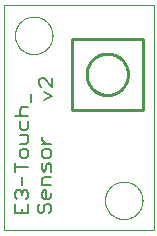
<source format=gto>
G75*
%MOIN*%
%OFA0B0*%
%FSLAX25Y25*%
%IPPOS*%
%LPD*%
%AMOC8*
5,1,8,0,0,1.08239X$1,22.5*
%
%ADD10C,0.00000*%
%ADD11C,0.00600*%
%ADD12C,0.01000*%
D10*
X0001655Y0001500D02*
X0001655Y0076500D01*
X0051655Y0076500D01*
X0051655Y0001500D01*
X0001655Y0001500D01*
X0035405Y0011500D02*
X0035407Y0011658D01*
X0035413Y0011815D01*
X0035423Y0011973D01*
X0035437Y0012130D01*
X0035455Y0012286D01*
X0035476Y0012443D01*
X0035502Y0012598D01*
X0035532Y0012753D01*
X0035565Y0012907D01*
X0035603Y0013060D01*
X0035644Y0013213D01*
X0035689Y0013364D01*
X0035738Y0013514D01*
X0035791Y0013662D01*
X0035847Y0013810D01*
X0035908Y0013955D01*
X0035971Y0014100D01*
X0036039Y0014242D01*
X0036110Y0014383D01*
X0036184Y0014522D01*
X0036262Y0014659D01*
X0036344Y0014794D01*
X0036428Y0014927D01*
X0036517Y0015058D01*
X0036608Y0015186D01*
X0036703Y0015313D01*
X0036800Y0015436D01*
X0036901Y0015558D01*
X0037005Y0015676D01*
X0037112Y0015792D01*
X0037222Y0015905D01*
X0037334Y0016016D01*
X0037450Y0016123D01*
X0037568Y0016228D01*
X0037688Y0016330D01*
X0037811Y0016428D01*
X0037937Y0016524D01*
X0038065Y0016616D01*
X0038195Y0016705D01*
X0038327Y0016791D01*
X0038462Y0016873D01*
X0038599Y0016952D01*
X0038737Y0017027D01*
X0038877Y0017099D01*
X0039020Y0017167D01*
X0039163Y0017232D01*
X0039309Y0017293D01*
X0039456Y0017350D01*
X0039604Y0017404D01*
X0039754Y0017454D01*
X0039904Y0017500D01*
X0040056Y0017542D01*
X0040209Y0017581D01*
X0040363Y0017615D01*
X0040518Y0017646D01*
X0040673Y0017672D01*
X0040829Y0017695D01*
X0040986Y0017714D01*
X0041143Y0017729D01*
X0041300Y0017740D01*
X0041458Y0017747D01*
X0041616Y0017750D01*
X0041773Y0017749D01*
X0041931Y0017744D01*
X0042088Y0017735D01*
X0042246Y0017722D01*
X0042402Y0017705D01*
X0042559Y0017684D01*
X0042714Y0017660D01*
X0042869Y0017631D01*
X0043024Y0017598D01*
X0043177Y0017562D01*
X0043330Y0017521D01*
X0043481Y0017477D01*
X0043631Y0017429D01*
X0043780Y0017378D01*
X0043928Y0017322D01*
X0044074Y0017263D01*
X0044219Y0017200D01*
X0044362Y0017133D01*
X0044503Y0017063D01*
X0044642Y0016990D01*
X0044780Y0016913D01*
X0044916Y0016832D01*
X0045049Y0016748D01*
X0045180Y0016661D01*
X0045309Y0016570D01*
X0045436Y0016476D01*
X0045561Y0016379D01*
X0045682Y0016279D01*
X0045802Y0016176D01*
X0045918Y0016070D01*
X0046032Y0015961D01*
X0046144Y0015849D01*
X0046252Y0015735D01*
X0046357Y0015617D01*
X0046460Y0015497D01*
X0046559Y0015375D01*
X0046655Y0015250D01*
X0046748Y0015122D01*
X0046838Y0014993D01*
X0046924Y0014861D01*
X0047008Y0014727D01*
X0047087Y0014591D01*
X0047164Y0014453D01*
X0047236Y0014313D01*
X0047305Y0014171D01*
X0047371Y0014028D01*
X0047433Y0013883D01*
X0047491Y0013736D01*
X0047546Y0013588D01*
X0047597Y0013439D01*
X0047644Y0013288D01*
X0047687Y0013137D01*
X0047726Y0012984D01*
X0047762Y0012830D01*
X0047793Y0012676D01*
X0047821Y0012521D01*
X0047845Y0012365D01*
X0047865Y0012208D01*
X0047881Y0012051D01*
X0047893Y0011894D01*
X0047901Y0011737D01*
X0047905Y0011579D01*
X0047905Y0011421D01*
X0047901Y0011263D01*
X0047893Y0011106D01*
X0047881Y0010949D01*
X0047865Y0010792D01*
X0047845Y0010635D01*
X0047821Y0010479D01*
X0047793Y0010324D01*
X0047762Y0010170D01*
X0047726Y0010016D01*
X0047687Y0009863D01*
X0047644Y0009712D01*
X0047597Y0009561D01*
X0047546Y0009412D01*
X0047491Y0009264D01*
X0047433Y0009117D01*
X0047371Y0008972D01*
X0047305Y0008829D01*
X0047236Y0008687D01*
X0047164Y0008547D01*
X0047087Y0008409D01*
X0047008Y0008273D01*
X0046924Y0008139D01*
X0046838Y0008007D01*
X0046748Y0007878D01*
X0046655Y0007750D01*
X0046559Y0007625D01*
X0046460Y0007503D01*
X0046357Y0007383D01*
X0046252Y0007265D01*
X0046144Y0007151D01*
X0046032Y0007039D01*
X0045918Y0006930D01*
X0045802Y0006824D01*
X0045682Y0006721D01*
X0045561Y0006621D01*
X0045436Y0006524D01*
X0045309Y0006430D01*
X0045180Y0006339D01*
X0045049Y0006252D01*
X0044916Y0006168D01*
X0044780Y0006087D01*
X0044642Y0006010D01*
X0044503Y0005937D01*
X0044362Y0005867D01*
X0044219Y0005800D01*
X0044074Y0005737D01*
X0043928Y0005678D01*
X0043780Y0005622D01*
X0043631Y0005571D01*
X0043481Y0005523D01*
X0043330Y0005479D01*
X0043177Y0005438D01*
X0043024Y0005402D01*
X0042869Y0005369D01*
X0042714Y0005340D01*
X0042559Y0005316D01*
X0042402Y0005295D01*
X0042246Y0005278D01*
X0042088Y0005265D01*
X0041931Y0005256D01*
X0041773Y0005251D01*
X0041616Y0005250D01*
X0041458Y0005253D01*
X0041300Y0005260D01*
X0041143Y0005271D01*
X0040986Y0005286D01*
X0040829Y0005305D01*
X0040673Y0005328D01*
X0040518Y0005354D01*
X0040363Y0005385D01*
X0040209Y0005419D01*
X0040056Y0005458D01*
X0039904Y0005500D01*
X0039754Y0005546D01*
X0039604Y0005596D01*
X0039456Y0005650D01*
X0039309Y0005707D01*
X0039163Y0005768D01*
X0039020Y0005833D01*
X0038877Y0005901D01*
X0038737Y0005973D01*
X0038599Y0006048D01*
X0038462Y0006127D01*
X0038327Y0006209D01*
X0038195Y0006295D01*
X0038065Y0006384D01*
X0037937Y0006476D01*
X0037811Y0006572D01*
X0037688Y0006670D01*
X0037568Y0006772D01*
X0037450Y0006877D01*
X0037334Y0006984D01*
X0037222Y0007095D01*
X0037112Y0007208D01*
X0037005Y0007324D01*
X0036901Y0007442D01*
X0036800Y0007564D01*
X0036703Y0007687D01*
X0036608Y0007814D01*
X0036517Y0007942D01*
X0036428Y0008073D01*
X0036344Y0008206D01*
X0036262Y0008341D01*
X0036184Y0008478D01*
X0036110Y0008617D01*
X0036039Y0008758D01*
X0035971Y0008900D01*
X0035908Y0009045D01*
X0035847Y0009190D01*
X0035791Y0009338D01*
X0035738Y0009486D01*
X0035689Y0009636D01*
X0035644Y0009787D01*
X0035603Y0009940D01*
X0035565Y0010093D01*
X0035532Y0010247D01*
X0035502Y0010402D01*
X0035476Y0010557D01*
X0035455Y0010714D01*
X0035437Y0010870D01*
X0035423Y0011027D01*
X0035413Y0011185D01*
X0035407Y0011342D01*
X0035405Y0011500D01*
X0005405Y0066500D02*
X0005407Y0066658D01*
X0005413Y0066815D01*
X0005423Y0066973D01*
X0005437Y0067130D01*
X0005455Y0067286D01*
X0005476Y0067443D01*
X0005502Y0067598D01*
X0005532Y0067753D01*
X0005565Y0067907D01*
X0005603Y0068060D01*
X0005644Y0068213D01*
X0005689Y0068364D01*
X0005738Y0068514D01*
X0005791Y0068662D01*
X0005847Y0068810D01*
X0005908Y0068955D01*
X0005971Y0069100D01*
X0006039Y0069242D01*
X0006110Y0069383D01*
X0006184Y0069522D01*
X0006262Y0069659D01*
X0006344Y0069794D01*
X0006428Y0069927D01*
X0006517Y0070058D01*
X0006608Y0070186D01*
X0006703Y0070313D01*
X0006800Y0070436D01*
X0006901Y0070558D01*
X0007005Y0070676D01*
X0007112Y0070792D01*
X0007222Y0070905D01*
X0007334Y0071016D01*
X0007450Y0071123D01*
X0007568Y0071228D01*
X0007688Y0071330D01*
X0007811Y0071428D01*
X0007937Y0071524D01*
X0008065Y0071616D01*
X0008195Y0071705D01*
X0008327Y0071791D01*
X0008462Y0071873D01*
X0008599Y0071952D01*
X0008737Y0072027D01*
X0008877Y0072099D01*
X0009020Y0072167D01*
X0009163Y0072232D01*
X0009309Y0072293D01*
X0009456Y0072350D01*
X0009604Y0072404D01*
X0009754Y0072454D01*
X0009904Y0072500D01*
X0010056Y0072542D01*
X0010209Y0072581D01*
X0010363Y0072615D01*
X0010518Y0072646D01*
X0010673Y0072672D01*
X0010829Y0072695D01*
X0010986Y0072714D01*
X0011143Y0072729D01*
X0011300Y0072740D01*
X0011458Y0072747D01*
X0011616Y0072750D01*
X0011773Y0072749D01*
X0011931Y0072744D01*
X0012088Y0072735D01*
X0012246Y0072722D01*
X0012402Y0072705D01*
X0012559Y0072684D01*
X0012714Y0072660D01*
X0012869Y0072631D01*
X0013024Y0072598D01*
X0013177Y0072562D01*
X0013330Y0072521D01*
X0013481Y0072477D01*
X0013631Y0072429D01*
X0013780Y0072378D01*
X0013928Y0072322D01*
X0014074Y0072263D01*
X0014219Y0072200D01*
X0014362Y0072133D01*
X0014503Y0072063D01*
X0014642Y0071990D01*
X0014780Y0071913D01*
X0014916Y0071832D01*
X0015049Y0071748D01*
X0015180Y0071661D01*
X0015309Y0071570D01*
X0015436Y0071476D01*
X0015561Y0071379D01*
X0015682Y0071279D01*
X0015802Y0071176D01*
X0015918Y0071070D01*
X0016032Y0070961D01*
X0016144Y0070849D01*
X0016252Y0070735D01*
X0016357Y0070617D01*
X0016460Y0070497D01*
X0016559Y0070375D01*
X0016655Y0070250D01*
X0016748Y0070122D01*
X0016838Y0069993D01*
X0016924Y0069861D01*
X0017008Y0069727D01*
X0017087Y0069591D01*
X0017164Y0069453D01*
X0017236Y0069313D01*
X0017305Y0069171D01*
X0017371Y0069028D01*
X0017433Y0068883D01*
X0017491Y0068736D01*
X0017546Y0068588D01*
X0017597Y0068439D01*
X0017644Y0068288D01*
X0017687Y0068137D01*
X0017726Y0067984D01*
X0017762Y0067830D01*
X0017793Y0067676D01*
X0017821Y0067521D01*
X0017845Y0067365D01*
X0017865Y0067208D01*
X0017881Y0067051D01*
X0017893Y0066894D01*
X0017901Y0066737D01*
X0017905Y0066579D01*
X0017905Y0066421D01*
X0017901Y0066263D01*
X0017893Y0066106D01*
X0017881Y0065949D01*
X0017865Y0065792D01*
X0017845Y0065635D01*
X0017821Y0065479D01*
X0017793Y0065324D01*
X0017762Y0065170D01*
X0017726Y0065016D01*
X0017687Y0064863D01*
X0017644Y0064712D01*
X0017597Y0064561D01*
X0017546Y0064412D01*
X0017491Y0064264D01*
X0017433Y0064117D01*
X0017371Y0063972D01*
X0017305Y0063829D01*
X0017236Y0063687D01*
X0017164Y0063547D01*
X0017087Y0063409D01*
X0017008Y0063273D01*
X0016924Y0063139D01*
X0016838Y0063007D01*
X0016748Y0062878D01*
X0016655Y0062750D01*
X0016559Y0062625D01*
X0016460Y0062503D01*
X0016357Y0062383D01*
X0016252Y0062265D01*
X0016144Y0062151D01*
X0016032Y0062039D01*
X0015918Y0061930D01*
X0015802Y0061824D01*
X0015682Y0061721D01*
X0015561Y0061621D01*
X0015436Y0061524D01*
X0015309Y0061430D01*
X0015180Y0061339D01*
X0015049Y0061252D01*
X0014916Y0061168D01*
X0014780Y0061087D01*
X0014642Y0061010D01*
X0014503Y0060937D01*
X0014362Y0060867D01*
X0014219Y0060800D01*
X0014074Y0060737D01*
X0013928Y0060678D01*
X0013780Y0060622D01*
X0013631Y0060571D01*
X0013481Y0060523D01*
X0013330Y0060479D01*
X0013177Y0060438D01*
X0013024Y0060402D01*
X0012869Y0060369D01*
X0012714Y0060340D01*
X0012559Y0060316D01*
X0012402Y0060295D01*
X0012246Y0060278D01*
X0012088Y0060265D01*
X0011931Y0060256D01*
X0011773Y0060251D01*
X0011616Y0060250D01*
X0011458Y0060253D01*
X0011300Y0060260D01*
X0011143Y0060271D01*
X0010986Y0060286D01*
X0010829Y0060305D01*
X0010673Y0060328D01*
X0010518Y0060354D01*
X0010363Y0060385D01*
X0010209Y0060419D01*
X0010056Y0060458D01*
X0009904Y0060500D01*
X0009754Y0060546D01*
X0009604Y0060596D01*
X0009456Y0060650D01*
X0009309Y0060707D01*
X0009163Y0060768D01*
X0009020Y0060833D01*
X0008877Y0060901D01*
X0008737Y0060973D01*
X0008599Y0061048D01*
X0008462Y0061127D01*
X0008327Y0061209D01*
X0008195Y0061295D01*
X0008065Y0061384D01*
X0007937Y0061476D01*
X0007811Y0061572D01*
X0007688Y0061670D01*
X0007568Y0061772D01*
X0007450Y0061877D01*
X0007334Y0061984D01*
X0007222Y0062095D01*
X0007112Y0062208D01*
X0007005Y0062324D01*
X0006901Y0062442D01*
X0006800Y0062564D01*
X0006703Y0062687D01*
X0006608Y0062814D01*
X0006517Y0062942D01*
X0006428Y0063073D01*
X0006344Y0063206D01*
X0006262Y0063341D01*
X0006184Y0063478D01*
X0006110Y0063617D01*
X0006039Y0063758D01*
X0005971Y0063900D01*
X0005908Y0064045D01*
X0005847Y0064190D01*
X0005791Y0064338D01*
X0005738Y0064486D01*
X0005689Y0064636D01*
X0005644Y0064787D01*
X0005603Y0064940D01*
X0005565Y0065093D01*
X0005532Y0065247D01*
X0005502Y0065402D01*
X0005476Y0065557D01*
X0005455Y0065714D01*
X0005437Y0065870D01*
X0005423Y0066027D01*
X0005413Y0066185D01*
X0005407Y0066342D01*
X0005405Y0066500D01*
D11*
X0014185Y0052340D02*
X0013451Y0051606D01*
X0013451Y0050138D01*
X0014185Y0049404D01*
X0014919Y0047736D02*
X0017855Y0046268D01*
X0014919Y0044800D01*
X0017855Y0049404D02*
X0014919Y0052340D01*
X0014185Y0052340D01*
X0017855Y0052340D02*
X0017855Y0049404D01*
X0010589Y0047067D02*
X0010589Y0044131D01*
X0009855Y0042463D02*
X0007653Y0042463D01*
X0006919Y0041729D01*
X0006919Y0040261D01*
X0007653Y0039527D01*
X0006919Y0037859D02*
X0006919Y0035658D01*
X0007653Y0034924D01*
X0009121Y0034924D01*
X0009855Y0035658D01*
X0009855Y0037859D01*
X0009855Y0039527D02*
X0005451Y0039527D01*
X0006919Y0033255D02*
X0009855Y0033255D01*
X0009855Y0031054D01*
X0009121Y0030320D01*
X0006919Y0030320D01*
X0007653Y0028652D02*
X0006919Y0027918D01*
X0006919Y0026450D01*
X0007653Y0025716D01*
X0009121Y0025716D01*
X0009855Y0026450D01*
X0009855Y0027918D01*
X0009121Y0028652D01*
X0007653Y0028652D01*
X0005451Y0024048D02*
X0005451Y0021112D01*
X0005451Y0022580D02*
X0009855Y0022580D01*
X0007653Y0019444D02*
X0007653Y0016508D01*
X0006919Y0014840D02*
X0007653Y0014106D01*
X0008387Y0014840D01*
X0009121Y0014840D01*
X0009855Y0014106D01*
X0009855Y0012638D01*
X0009121Y0011904D01*
X0009855Y0010236D02*
X0009855Y0007300D01*
X0005451Y0007300D01*
X0005451Y0010236D01*
X0006185Y0011904D02*
X0005451Y0012638D01*
X0005451Y0014106D01*
X0006185Y0014840D01*
X0006919Y0014840D01*
X0007653Y0014106D02*
X0007653Y0013372D01*
X0007653Y0008768D02*
X0007653Y0007300D01*
X0012951Y0008034D02*
X0013685Y0007300D01*
X0014419Y0007300D01*
X0015153Y0008034D01*
X0015153Y0009502D01*
X0015887Y0010236D01*
X0016621Y0010236D01*
X0017355Y0009502D01*
X0017355Y0008034D01*
X0016621Y0007300D01*
X0013685Y0010236D02*
X0012951Y0009502D01*
X0012951Y0008034D01*
X0015153Y0011904D02*
X0014419Y0012638D01*
X0014419Y0014106D01*
X0015153Y0014840D01*
X0015887Y0014840D01*
X0015887Y0011904D01*
X0016621Y0011904D02*
X0015153Y0011904D01*
X0016621Y0011904D02*
X0017355Y0012638D01*
X0017355Y0014106D01*
X0017355Y0016508D02*
X0014419Y0016508D01*
X0014419Y0018710D01*
X0015153Y0019444D01*
X0017355Y0019444D01*
X0017355Y0021112D02*
X0017355Y0023314D01*
X0016621Y0024048D01*
X0015887Y0023314D01*
X0015887Y0021846D01*
X0015153Y0021112D01*
X0014419Y0021846D01*
X0014419Y0024048D01*
X0015153Y0025716D02*
X0016621Y0025716D01*
X0017355Y0026450D01*
X0017355Y0027918D01*
X0016621Y0028652D01*
X0015153Y0028652D01*
X0014419Y0027918D01*
X0014419Y0026450D01*
X0015153Y0025716D01*
X0014419Y0030320D02*
X0017355Y0030320D01*
X0015887Y0030320D02*
X0014419Y0031788D01*
X0014419Y0032521D01*
D12*
X0024344Y0041689D02*
X0047966Y0041689D01*
X0047966Y0065311D01*
X0024344Y0065311D01*
X0024344Y0041689D01*
X0029265Y0053500D02*
X0029267Y0053669D01*
X0029273Y0053838D01*
X0029284Y0054007D01*
X0029298Y0054175D01*
X0029317Y0054343D01*
X0029340Y0054511D01*
X0029366Y0054678D01*
X0029397Y0054844D01*
X0029432Y0055010D01*
X0029471Y0055174D01*
X0029515Y0055338D01*
X0029562Y0055500D01*
X0029613Y0055661D01*
X0029668Y0055821D01*
X0029727Y0055980D01*
X0029789Y0056137D01*
X0029856Y0056292D01*
X0029927Y0056446D01*
X0030001Y0056598D01*
X0030079Y0056748D01*
X0030160Y0056896D01*
X0030245Y0057042D01*
X0030334Y0057186D01*
X0030426Y0057328D01*
X0030522Y0057467D01*
X0030621Y0057604D01*
X0030723Y0057739D01*
X0030829Y0057871D01*
X0030938Y0058000D01*
X0031050Y0058127D01*
X0031165Y0058251D01*
X0031283Y0058372D01*
X0031404Y0058490D01*
X0031528Y0058605D01*
X0031655Y0058717D01*
X0031784Y0058826D01*
X0031916Y0058932D01*
X0032051Y0059034D01*
X0032188Y0059133D01*
X0032327Y0059229D01*
X0032469Y0059321D01*
X0032613Y0059410D01*
X0032759Y0059495D01*
X0032907Y0059576D01*
X0033057Y0059654D01*
X0033209Y0059728D01*
X0033363Y0059799D01*
X0033518Y0059866D01*
X0033675Y0059928D01*
X0033834Y0059987D01*
X0033994Y0060042D01*
X0034155Y0060093D01*
X0034317Y0060140D01*
X0034481Y0060184D01*
X0034645Y0060223D01*
X0034811Y0060258D01*
X0034977Y0060289D01*
X0035144Y0060315D01*
X0035312Y0060338D01*
X0035480Y0060357D01*
X0035648Y0060371D01*
X0035817Y0060382D01*
X0035986Y0060388D01*
X0036155Y0060390D01*
X0036324Y0060388D01*
X0036493Y0060382D01*
X0036662Y0060371D01*
X0036830Y0060357D01*
X0036998Y0060338D01*
X0037166Y0060315D01*
X0037333Y0060289D01*
X0037499Y0060258D01*
X0037665Y0060223D01*
X0037829Y0060184D01*
X0037993Y0060140D01*
X0038155Y0060093D01*
X0038316Y0060042D01*
X0038476Y0059987D01*
X0038635Y0059928D01*
X0038792Y0059866D01*
X0038947Y0059799D01*
X0039101Y0059728D01*
X0039253Y0059654D01*
X0039403Y0059576D01*
X0039551Y0059495D01*
X0039697Y0059410D01*
X0039841Y0059321D01*
X0039983Y0059229D01*
X0040122Y0059133D01*
X0040259Y0059034D01*
X0040394Y0058932D01*
X0040526Y0058826D01*
X0040655Y0058717D01*
X0040782Y0058605D01*
X0040906Y0058490D01*
X0041027Y0058372D01*
X0041145Y0058251D01*
X0041260Y0058127D01*
X0041372Y0058000D01*
X0041481Y0057871D01*
X0041587Y0057739D01*
X0041689Y0057604D01*
X0041788Y0057467D01*
X0041884Y0057328D01*
X0041976Y0057186D01*
X0042065Y0057042D01*
X0042150Y0056896D01*
X0042231Y0056748D01*
X0042309Y0056598D01*
X0042383Y0056446D01*
X0042454Y0056292D01*
X0042521Y0056137D01*
X0042583Y0055980D01*
X0042642Y0055821D01*
X0042697Y0055661D01*
X0042748Y0055500D01*
X0042795Y0055338D01*
X0042839Y0055174D01*
X0042878Y0055010D01*
X0042913Y0054844D01*
X0042944Y0054678D01*
X0042970Y0054511D01*
X0042993Y0054343D01*
X0043012Y0054175D01*
X0043026Y0054007D01*
X0043037Y0053838D01*
X0043043Y0053669D01*
X0043045Y0053500D01*
X0043043Y0053331D01*
X0043037Y0053162D01*
X0043026Y0052993D01*
X0043012Y0052825D01*
X0042993Y0052657D01*
X0042970Y0052489D01*
X0042944Y0052322D01*
X0042913Y0052156D01*
X0042878Y0051990D01*
X0042839Y0051826D01*
X0042795Y0051662D01*
X0042748Y0051500D01*
X0042697Y0051339D01*
X0042642Y0051179D01*
X0042583Y0051020D01*
X0042521Y0050863D01*
X0042454Y0050708D01*
X0042383Y0050554D01*
X0042309Y0050402D01*
X0042231Y0050252D01*
X0042150Y0050104D01*
X0042065Y0049958D01*
X0041976Y0049814D01*
X0041884Y0049672D01*
X0041788Y0049533D01*
X0041689Y0049396D01*
X0041587Y0049261D01*
X0041481Y0049129D01*
X0041372Y0049000D01*
X0041260Y0048873D01*
X0041145Y0048749D01*
X0041027Y0048628D01*
X0040906Y0048510D01*
X0040782Y0048395D01*
X0040655Y0048283D01*
X0040526Y0048174D01*
X0040394Y0048068D01*
X0040259Y0047966D01*
X0040122Y0047867D01*
X0039983Y0047771D01*
X0039841Y0047679D01*
X0039697Y0047590D01*
X0039551Y0047505D01*
X0039403Y0047424D01*
X0039253Y0047346D01*
X0039101Y0047272D01*
X0038947Y0047201D01*
X0038792Y0047134D01*
X0038635Y0047072D01*
X0038476Y0047013D01*
X0038316Y0046958D01*
X0038155Y0046907D01*
X0037993Y0046860D01*
X0037829Y0046816D01*
X0037665Y0046777D01*
X0037499Y0046742D01*
X0037333Y0046711D01*
X0037166Y0046685D01*
X0036998Y0046662D01*
X0036830Y0046643D01*
X0036662Y0046629D01*
X0036493Y0046618D01*
X0036324Y0046612D01*
X0036155Y0046610D01*
X0035986Y0046612D01*
X0035817Y0046618D01*
X0035648Y0046629D01*
X0035480Y0046643D01*
X0035312Y0046662D01*
X0035144Y0046685D01*
X0034977Y0046711D01*
X0034811Y0046742D01*
X0034645Y0046777D01*
X0034481Y0046816D01*
X0034317Y0046860D01*
X0034155Y0046907D01*
X0033994Y0046958D01*
X0033834Y0047013D01*
X0033675Y0047072D01*
X0033518Y0047134D01*
X0033363Y0047201D01*
X0033209Y0047272D01*
X0033057Y0047346D01*
X0032907Y0047424D01*
X0032759Y0047505D01*
X0032613Y0047590D01*
X0032469Y0047679D01*
X0032327Y0047771D01*
X0032188Y0047867D01*
X0032051Y0047966D01*
X0031916Y0048068D01*
X0031784Y0048174D01*
X0031655Y0048283D01*
X0031528Y0048395D01*
X0031404Y0048510D01*
X0031283Y0048628D01*
X0031165Y0048749D01*
X0031050Y0048873D01*
X0030938Y0049000D01*
X0030829Y0049129D01*
X0030723Y0049261D01*
X0030621Y0049396D01*
X0030522Y0049533D01*
X0030426Y0049672D01*
X0030334Y0049814D01*
X0030245Y0049958D01*
X0030160Y0050104D01*
X0030079Y0050252D01*
X0030001Y0050402D01*
X0029927Y0050554D01*
X0029856Y0050708D01*
X0029789Y0050863D01*
X0029727Y0051020D01*
X0029668Y0051179D01*
X0029613Y0051339D01*
X0029562Y0051500D01*
X0029515Y0051662D01*
X0029471Y0051826D01*
X0029432Y0051990D01*
X0029397Y0052156D01*
X0029366Y0052322D01*
X0029340Y0052489D01*
X0029317Y0052657D01*
X0029298Y0052825D01*
X0029284Y0052993D01*
X0029273Y0053162D01*
X0029267Y0053331D01*
X0029265Y0053500D01*
M02*

</source>
